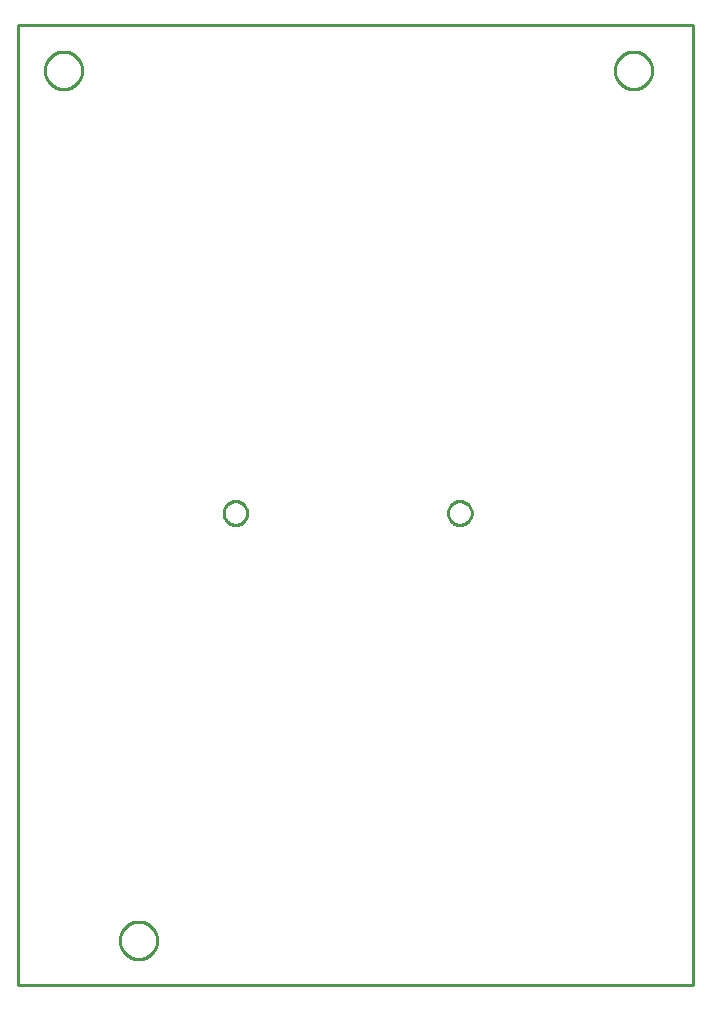
<source format=gbr>
G04 EAGLE Gerber RS-274X export*
G75*
%MOMM*%
%FSLAX34Y34*%
%LPD*%
%IN*%
%IPPOS*%
%AMOC8*
5,1,8,0,0,1.08239X$1,22.5*%
G01*
G04 Define Apertures*
%ADD10C,0.254000*%
D10*
X0Y88900D02*
X571500Y88900D01*
X571500Y901700D01*
X0Y901700D01*
X0Y88900D01*
X536575Y863080D02*
X536507Y862043D01*
X536371Y861013D01*
X536169Y859993D01*
X535900Y858989D01*
X535565Y858005D01*
X535168Y857045D01*
X534708Y856113D01*
X534188Y855212D01*
X533611Y854348D01*
X532978Y853524D01*
X532293Y852742D01*
X531558Y852007D01*
X530776Y851322D01*
X529952Y850689D01*
X529088Y850112D01*
X528187Y849592D01*
X527255Y849132D01*
X526295Y848735D01*
X525311Y848400D01*
X524307Y848131D01*
X523287Y847929D01*
X522257Y847793D01*
X521220Y847725D01*
X520180Y847725D01*
X519143Y847793D01*
X518113Y847929D01*
X517093Y848131D01*
X516089Y848400D01*
X515105Y848735D01*
X514145Y849132D01*
X513213Y849592D01*
X512312Y850112D01*
X511448Y850689D01*
X510624Y851322D01*
X509842Y852007D01*
X509107Y852742D01*
X508422Y853524D01*
X507789Y854348D01*
X507212Y855212D01*
X506692Y856113D01*
X506232Y857045D01*
X505835Y858005D01*
X505500Y858989D01*
X505231Y859993D01*
X505029Y861013D01*
X504893Y862043D01*
X504825Y863080D01*
X504825Y864120D01*
X504893Y865157D01*
X505029Y866187D01*
X505231Y867207D01*
X505500Y868211D01*
X505835Y869195D01*
X506232Y870155D01*
X506692Y871087D01*
X507212Y871988D01*
X507789Y872852D01*
X508422Y873676D01*
X509107Y874458D01*
X509842Y875193D01*
X510624Y875878D01*
X511448Y876511D01*
X512312Y877088D01*
X513213Y877608D01*
X514145Y878068D01*
X515105Y878465D01*
X516089Y878800D01*
X517093Y879069D01*
X518113Y879271D01*
X519143Y879407D01*
X520180Y879475D01*
X521220Y879475D01*
X522257Y879407D01*
X523287Y879271D01*
X524307Y879069D01*
X525311Y878800D01*
X526295Y878465D01*
X527255Y878068D01*
X528187Y877608D01*
X529088Y877088D01*
X529952Y876511D01*
X530776Y875878D01*
X531558Y875193D01*
X532293Y874458D01*
X532978Y873676D01*
X533611Y872852D01*
X534188Y871988D01*
X534708Y871087D01*
X535168Y870155D01*
X535565Y869195D01*
X535900Y868211D01*
X536169Y867207D01*
X536371Y866187D01*
X536507Y865157D01*
X536575Y864120D01*
X536575Y863080D01*
X53975Y863080D02*
X53907Y862043D01*
X53771Y861013D01*
X53569Y859993D01*
X53300Y858989D01*
X52965Y858005D01*
X52568Y857045D01*
X52108Y856113D01*
X51588Y855212D01*
X51011Y854348D01*
X50378Y853524D01*
X49693Y852742D01*
X48958Y852007D01*
X48176Y851322D01*
X47352Y850689D01*
X46488Y850112D01*
X45587Y849592D01*
X44655Y849132D01*
X43695Y848735D01*
X42711Y848400D01*
X41707Y848131D01*
X40687Y847929D01*
X39657Y847793D01*
X38620Y847725D01*
X37580Y847725D01*
X36543Y847793D01*
X35513Y847929D01*
X34493Y848131D01*
X33489Y848400D01*
X32505Y848735D01*
X31545Y849132D01*
X30613Y849592D01*
X29712Y850112D01*
X28848Y850689D01*
X28024Y851322D01*
X27242Y852007D01*
X26507Y852742D01*
X25822Y853524D01*
X25189Y854348D01*
X24612Y855212D01*
X24092Y856113D01*
X23632Y857045D01*
X23235Y858005D01*
X22900Y858989D01*
X22631Y859993D01*
X22429Y861013D01*
X22293Y862043D01*
X22225Y863080D01*
X22225Y864120D01*
X22293Y865157D01*
X22429Y866187D01*
X22631Y867207D01*
X22900Y868211D01*
X23235Y869195D01*
X23632Y870155D01*
X24092Y871087D01*
X24612Y871988D01*
X25189Y872852D01*
X25822Y873676D01*
X26507Y874458D01*
X27242Y875193D01*
X28024Y875878D01*
X28848Y876511D01*
X29712Y877088D01*
X30613Y877608D01*
X31545Y878068D01*
X32505Y878465D01*
X33489Y878800D01*
X34493Y879069D01*
X35513Y879271D01*
X36543Y879407D01*
X37580Y879475D01*
X38620Y879475D01*
X39657Y879407D01*
X40687Y879271D01*
X41707Y879069D01*
X42711Y878800D01*
X43695Y878465D01*
X44655Y878068D01*
X45587Y877608D01*
X46488Y877088D01*
X47352Y876511D01*
X48176Y875878D01*
X48958Y875193D01*
X49693Y874458D01*
X50378Y873676D01*
X51011Y872852D01*
X51588Y871988D01*
X52108Y871087D01*
X52568Y870155D01*
X52965Y869195D01*
X53300Y868211D01*
X53569Y867207D01*
X53771Y866187D01*
X53907Y865157D01*
X53975Y864120D01*
X53975Y863080D01*
X117475Y126480D02*
X117407Y125443D01*
X117271Y124413D01*
X117069Y123393D01*
X116800Y122389D01*
X116465Y121405D01*
X116068Y120445D01*
X115608Y119513D01*
X115088Y118612D01*
X114511Y117748D01*
X113878Y116924D01*
X113193Y116142D01*
X112458Y115407D01*
X111676Y114722D01*
X110852Y114089D01*
X109988Y113512D01*
X109087Y112992D01*
X108155Y112532D01*
X107195Y112135D01*
X106211Y111800D01*
X105207Y111531D01*
X104187Y111329D01*
X103157Y111193D01*
X102120Y111125D01*
X101080Y111125D01*
X100043Y111193D01*
X99013Y111329D01*
X97993Y111531D01*
X96989Y111800D01*
X96005Y112135D01*
X95045Y112532D01*
X94113Y112992D01*
X93212Y113512D01*
X92348Y114089D01*
X91524Y114722D01*
X90742Y115407D01*
X90007Y116142D01*
X89322Y116924D01*
X88689Y117748D01*
X88112Y118612D01*
X87592Y119513D01*
X87132Y120445D01*
X86735Y121405D01*
X86400Y122389D01*
X86131Y123393D01*
X85929Y124413D01*
X85793Y125443D01*
X85725Y126480D01*
X85725Y127520D01*
X85793Y128557D01*
X85929Y129587D01*
X86131Y130607D01*
X86400Y131611D01*
X86735Y132595D01*
X87132Y133555D01*
X87592Y134487D01*
X88112Y135388D01*
X88689Y136252D01*
X89322Y137076D01*
X90007Y137858D01*
X90742Y138593D01*
X91524Y139278D01*
X92348Y139911D01*
X93212Y140488D01*
X94113Y141008D01*
X95045Y141468D01*
X96005Y141865D01*
X96989Y142200D01*
X97993Y142469D01*
X99013Y142671D01*
X100043Y142807D01*
X101080Y142875D01*
X102120Y142875D01*
X103157Y142807D01*
X104187Y142671D01*
X105207Y142469D01*
X106211Y142200D01*
X107195Y141865D01*
X108155Y141468D01*
X109087Y141008D01*
X109988Y140488D01*
X110852Y139911D01*
X111676Y139278D01*
X112458Y138593D01*
X113193Y137858D01*
X113878Y137076D01*
X114511Y136252D01*
X115088Y135388D01*
X115608Y134487D01*
X116068Y133555D01*
X116465Y132595D01*
X116800Y131611D01*
X117069Y130607D01*
X117271Y129587D01*
X117407Y128557D01*
X117475Y127520D01*
X117475Y126480D01*
X363692Y489287D02*
X363768Y490157D01*
X363920Y491016D01*
X364146Y491860D01*
X364445Y492680D01*
X364814Y493472D01*
X365250Y494228D01*
X365751Y494943D01*
X366313Y495612D01*
X366930Y496230D01*
X367599Y496791D01*
X368314Y497292D01*
X369070Y497729D01*
X369862Y498098D01*
X370682Y498396D01*
X371526Y498622D01*
X372386Y498774D01*
X373256Y498850D01*
X374129Y498850D01*
X374999Y498774D01*
X375859Y498622D01*
X376702Y498396D01*
X377523Y498098D01*
X378314Y497729D01*
X379070Y497292D01*
X379786Y496791D01*
X380455Y496230D01*
X381072Y495612D01*
X381633Y494943D01*
X382134Y494228D01*
X382571Y493472D01*
X382940Y492680D01*
X383239Y491860D01*
X383465Y491016D01*
X383616Y490157D01*
X383692Y489287D01*
X383692Y488413D01*
X383616Y487544D01*
X383465Y486684D01*
X383239Y485840D01*
X382940Y485020D01*
X382571Y484228D01*
X382134Y483472D01*
X381633Y482757D01*
X381072Y482088D01*
X380455Y481470D01*
X379786Y480909D01*
X379070Y480408D01*
X378314Y479971D01*
X377523Y479602D01*
X376702Y479304D01*
X375859Y479078D01*
X374999Y478926D01*
X374129Y478850D01*
X373256Y478850D01*
X372386Y478926D01*
X371526Y479078D01*
X370682Y479304D01*
X369862Y479602D01*
X369070Y479971D01*
X368314Y480408D01*
X367599Y480909D01*
X366930Y481470D01*
X366313Y482088D01*
X365751Y482757D01*
X365250Y483472D01*
X364814Y484228D01*
X364445Y485020D01*
X364146Y485840D01*
X363920Y486684D01*
X363768Y487544D01*
X363692Y488413D01*
X363692Y489287D01*
X173692Y489287D02*
X173768Y490157D01*
X173920Y491016D01*
X174146Y491860D01*
X174445Y492680D01*
X174814Y493472D01*
X175250Y494228D01*
X175751Y494943D01*
X176313Y495612D01*
X176930Y496230D01*
X177599Y496791D01*
X178314Y497292D01*
X179070Y497729D01*
X179862Y498098D01*
X180682Y498396D01*
X181526Y498622D01*
X182386Y498774D01*
X183256Y498850D01*
X184129Y498850D01*
X184999Y498774D01*
X185859Y498622D01*
X186702Y498396D01*
X187523Y498098D01*
X188314Y497729D01*
X189070Y497292D01*
X189786Y496791D01*
X190455Y496230D01*
X191072Y495612D01*
X191633Y494943D01*
X192134Y494228D01*
X192571Y493472D01*
X192940Y492680D01*
X193239Y491860D01*
X193465Y491016D01*
X193616Y490157D01*
X193692Y489287D01*
X193692Y488413D01*
X193616Y487544D01*
X193465Y486684D01*
X193239Y485840D01*
X192940Y485020D01*
X192571Y484228D01*
X192134Y483472D01*
X191633Y482757D01*
X191072Y482088D01*
X190455Y481470D01*
X189786Y480909D01*
X189070Y480408D01*
X188314Y479971D01*
X187523Y479602D01*
X186702Y479304D01*
X185859Y479078D01*
X184999Y478926D01*
X184129Y478850D01*
X183256Y478850D01*
X182386Y478926D01*
X181526Y479078D01*
X180682Y479304D01*
X179862Y479602D01*
X179070Y479971D01*
X178314Y480408D01*
X177599Y480909D01*
X176930Y481470D01*
X176313Y482088D01*
X175751Y482757D01*
X175250Y483472D01*
X174814Y484228D01*
X174445Y485020D01*
X174146Y485840D01*
X173920Y486684D01*
X173768Y487544D01*
X173692Y488413D01*
X173692Y489287D01*
M02*

</source>
